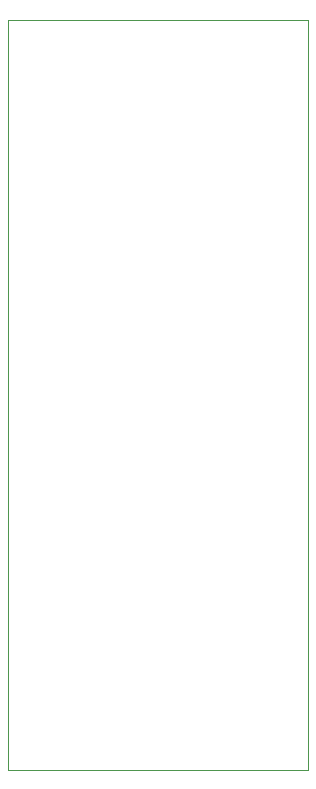
<source format=gm1>
%TF.GenerationSoftware,KiCad,Pcbnew,(6.0.2)*%
%TF.CreationDate,2022-10-19T19:09:35+02:00*%
%TF.ProjectId,adapter_LQFP48,61646170-7465-4725-9f4c-51465034382e,rev?*%
%TF.SameCoordinates,Original*%
%TF.FileFunction,Profile,NP*%
%FSLAX46Y46*%
G04 Gerber Fmt 4.6, Leading zero omitted, Abs format (unit mm)*
G04 Created by KiCad (PCBNEW (6.0.2)) date 2022-10-19 19:09:35*
%MOMM*%
%LPD*%
G01*
G04 APERTURE LIST*
%TA.AperFunction,Profile*%
%ADD10C,0.100000*%
%TD*%
G04 APERTURE END LIST*
D10*
X111760000Y-73660000D02*
X137160000Y-73660000D01*
X137160000Y-73660000D02*
X137160000Y-137160000D01*
X137160000Y-137160000D02*
X111760000Y-137160000D01*
X111760000Y-137160000D02*
X111760000Y-73660000D01*
M02*

</source>
